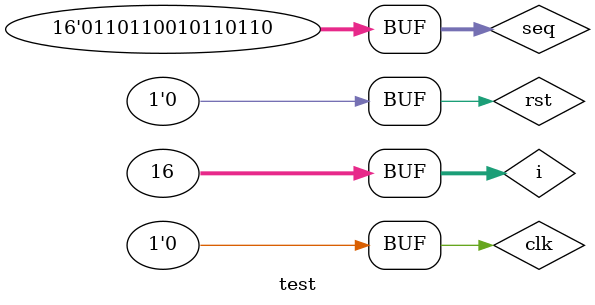
<source format=v>
`include "fsm.v"
module test;
	reg clk, rst, inp;
	wire outp;
	reg[15:0] seq;
	integer i;
	mealy_detector duty(clk, rst, inp, outp);
	
	initial
	begin
	clk = 0;
	rst = 1;
	seq = 16'b0110_1100_1011_0110;
	#5 rst = 0;
	
	for(i = 15; i >= 0 ; i = i - 1)
	begin
	inp = seq[i];
	#2 clk = 1;
	#2 clk = 0;
	$display("State = ", duty.state, " Input = ", inp, ", Output = ", outp);
	end
	$display("\n below is for rand0m input\n");
	testing;
	end
	
	task testing;
	for(i = 0; i <= 15; i = i + 1)
	begin
	inp = $random %2;
	#2 clk = 1;
	#2 clk = 0;
	$display("State = ", duty.state, " Input = ", inp, ", Output = ", outp);
	end
	endtask
	endmodule
</source>
